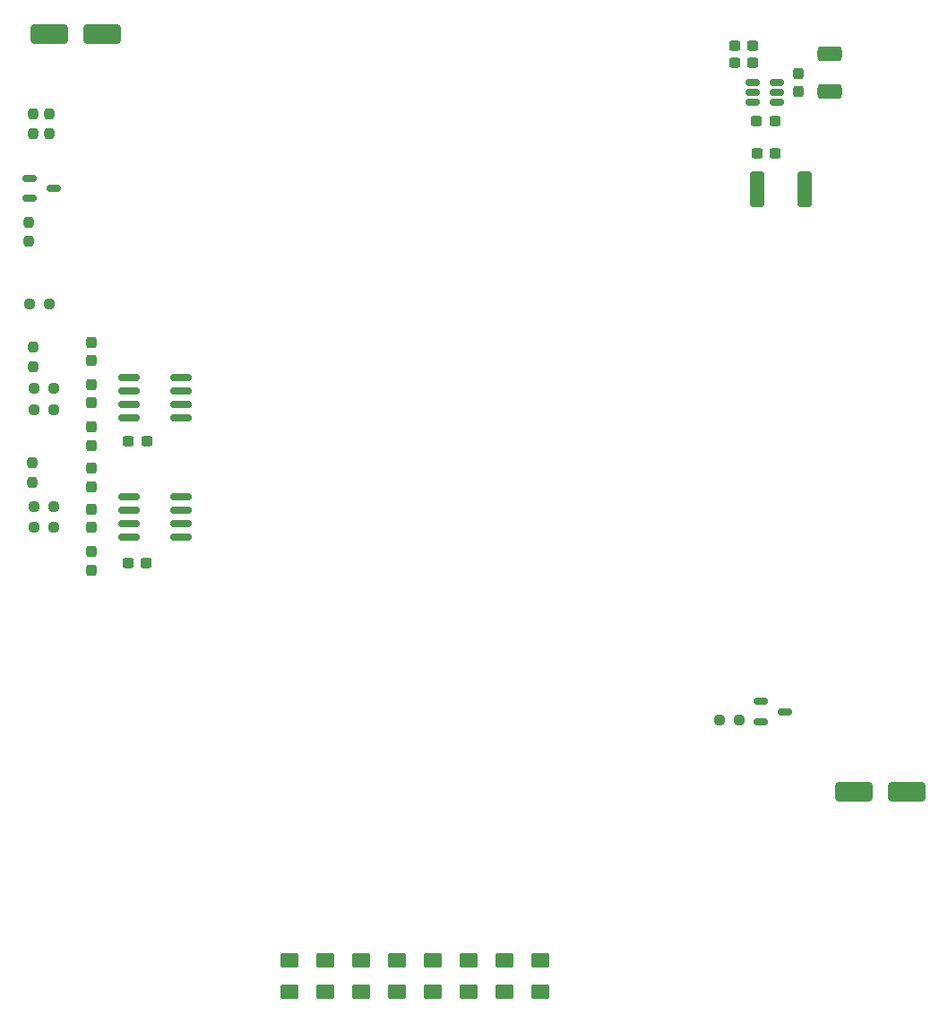
<source format=gbr>
%TF.GenerationSoftware,KiCad,Pcbnew,9.0.6*%
%TF.CreationDate,2025-11-11T13:10:49-05:00*%
%TF.ProjectId,Solder-Oven-PCB-V1,536f6c64-6572-42d4-9f76-656e2d504342,rev?*%
%TF.SameCoordinates,Original*%
%TF.FileFunction,Paste,Top*%
%TF.FilePolarity,Positive*%
%FSLAX46Y46*%
G04 Gerber Fmt 4.6, Leading zero omitted, Abs format (unit mm)*
G04 Created by KiCad (PCBNEW 9.0.6) date 2025-11-11 13:10:49*
%MOMM*%
%LPD*%
G01*
G04 APERTURE LIST*
G04 Aperture macros list*
%AMRoundRect*
0 Rectangle with rounded corners*
0 $1 Rounding radius*
0 $2 $3 $4 $5 $6 $7 $8 $9 X,Y pos of 4 corners*
0 Add a 4 corners polygon primitive as box body*
4,1,4,$2,$3,$4,$5,$6,$7,$8,$9,$2,$3,0*
0 Add four circle primitives for the rounded corners*
1,1,$1+$1,$2,$3*
1,1,$1+$1,$4,$5*
1,1,$1+$1,$6,$7*
1,1,$1+$1,$8,$9*
0 Add four rect primitives between the rounded corners*
20,1,$1+$1,$2,$3,$4,$5,0*
20,1,$1+$1,$4,$5,$6,$7,0*
20,1,$1+$1,$6,$7,$8,$9,0*
20,1,$1+$1,$8,$9,$2,$3,0*%
G04 Aperture macros list end*
%ADD10RoundRect,0.237500X0.250000X0.237500X-0.250000X0.237500X-0.250000X-0.237500X0.250000X-0.237500X0*%
%ADD11RoundRect,0.237500X-0.237500X0.250000X-0.237500X-0.250000X0.237500X-0.250000X0.237500X0.250000X0*%
%ADD12RoundRect,0.237500X0.237500X-0.300000X0.237500X0.300000X-0.237500X0.300000X-0.237500X-0.300000X0*%
%ADD13RoundRect,0.237500X0.237500X-0.250000X0.237500X0.250000X-0.237500X0.250000X-0.237500X-0.250000X0*%
%ADD14RoundRect,0.237500X0.300000X0.237500X-0.300000X0.237500X-0.300000X-0.237500X0.300000X-0.237500X0*%
%ADD15RoundRect,0.250001X0.624999X-0.462499X0.624999X0.462499X-0.624999X0.462499X-0.624999X-0.462499X0*%
%ADD16RoundRect,0.150000X-0.512500X-0.150000X0.512500X-0.150000X0.512500X0.150000X-0.512500X0.150000X0*%
%ADD17RoundRect,0.250000X0.400000X1.450000X-0.400000X1.450000X-0.400000X-1.450000X0.400000X-1.450000X0*%
%ADD18RoundRect,0.150000X-0.825000X-0.150000X0.825000X-0.150000X0.825000X0.150000X-0.825000X0.150000X0*%
%ADD19RoundRect,0.237500X-0.250000X-0.237500X0.250000X-0.237500X0.250000X0.237500X-0.250000X0.237500X0*%
%ADD20RoundRect,0.250000X1.500000X0.650000X-1.500000X0.650000X-1.500000X-0.650000X1.500000X-0.650000X0*%
%ADD21RoundRect,0.237500X-0.237500X0.300000X-0.237500X-0.300000X0.237500X-0.300000X0.237500X0.300000X0*%
%ADD22RoundRect,0.350000X0.800000X-0.350000X0.800000X0.350000X-0.800000X0.350000X-0.800000X-0.350000X0*%
%ADD23RoundRect,0.237500X-0.300000X-0.237500X0.300000X-0.237500X0.300000X0.237500X-0.300000X0.237500X0*%
G04 APERTURE END LIST*
D10*
%TO.C,R34*%
X180712500Y-122800000D03*
X178887500Y-122800000D03*
%TD*%
D11*
%TO.C,R33*%
X113600000Y-75775000D03*
X113600000Y-77600000D03*
%TD*%
D12*
%TO.C,C5*%
X119500000Y-96862500D03*
X119500000Y-95137500D03*
%TD*%
D13*
%TO.C,R18*%
X114000000Y-67412500D03*
X114000000Y-65587500D03*
%TD*%
D14*
%TO.C,C8*%
X124725000Y-96500000D03*
X123000000Y-96500000D03*
%TD*%
D15*
%TO.C,D6*%
X155170000Y-148487500D03*
X155170000Y-145512500D03*
%TD*%
D16*
%TO.C,Q11*%
X182725000Y-121050000D03*
X182725000Y-122950000D03*
X185000000Y-122000000D03*
%TD*%
D15*
%TO.C,D8*%
X161950000Y-148487500D03*
X161950000Y-145512500D03*
%TD*%
%TO.C,D7*%
X158560000Y-148487500D03*
X158560000Y-145512500D03*
%TD*%
D12*
%TO.C,C4*%
X119475000Y-108632500D03*
X119475000Y-106907500D03*
%TD*%
D17*
%TO.C,F1*%
X186883000Y-72644000D03*
X182433000Y-72644000D03*
%TD*%
D12*
%TO.C,C3*%
X119475000Y-100770000D03*
X119475000Y-99045000D03*
%TD*%
D18*
%TO.C,U1*%
X123025000Y-101730000D03*
X123025000Y-103000000D03*
X123025000Y-104270000D03*
X123025000Y-105540000D03*
X127975000Y-105540000D03*
X127975000Y-104270000D03*
X127975000Y-103000000D03*
X127975000Y-101730000D03*
%TD*%
D12*
%TO.C,C1*%
X119475000Y-104632500D03*
X119475000Y-102907500D03*
%TD*%
D13*
%TO.C,R1*%
X113912500Y-100325000D03*
X113912500Y-98500000D03*
%TD*%
D14*
%TO.C,C12*%
X182012500Y-60712500D03*
X180287500Y-60712500D03*
%TD*%
D19*
%TO.C,R6*%
X114087500Y-91500000D03*
X115912500Y-91500000D03*
%TD*%
%TO.C,R3*%
X114087500Y-104635000D03*
X115912500Y-104635000D03*
%TD*%
D12*
%TO.C,C6*%
X119500000Y-92862500D03*
X119500000Y-91137500D03*
%TD*%
D20*
%TO.C,D10*%
X120500000Y-58000000D03*
X115500000Y-58000000D03*
%TD*%
D21*
%TO.C,C11*%
X186300000Y-61725000D03*
X186300000Y-63450000D03*
%TD*%
D19*
%TO.C,R7*%
X113675000Y-83500000D03*
X115500000Y-83500000D03*
%TD*%
D16*
%TO.C,Q9*%
X113662500Y-71650000D03*
X113662500Y-73550000D03*
X115937500Y-72600000D03*
%TD*%
D20*
%TO.C,D9*%
X196556000Y-129540000D03*
X191556000Y-129540000D03*
%TD*%
D15*
%TO.C,D5*%
X151780000Y-148487500D03*
X151780000Y-145512500D03*
%TD*%
D13*
%TO.C,R4*%
X114000000Y-89412500D03*
X114000000Y-87587500D03*
%TD*%
D19*
%TO.C,R2*%
X114087500Y-102635000D03*
X115912500Y-102635000D03*
%TD*%
D14*
%TO.C,C13*%
X182012500Y-59137500D03*
X180287500Y-59137500D03*
%TD*%
D13*
%TO.C,R17*%
X115500000Y-67412500D03*
X115500000Y-65587500D03*
%TD*%
D18*
%TO.C,U2*%
X123050000Y-90460000D03*
X123050000Y-91730000D03*
X123050000Y-93000000D03*
X123050000Y-94270000D03*
X128000000Y-94270000D03*
X128000000Y-93000000D03*
X128000000Y-91730000D03*
X128000000Y-90460000D03*
%TD*%
D14*
%TO.C,C2*%
X124700000Y-108000000D03*
X122975000Y-108000000D03*
%TD*%
D15*
%TO.C,D1*%
X138220000Y-148487500D03*
X138220000Y-145512500D03*
%TD*%
D22*
%TO.C,L1*%
X189300000Y-63412500D03*
X189300000Y-59862500D03*
%TD*%
D15*
%TO.C,D2*%
X141610000Y-148487500D03*
X141610000Y-145512500D03*
%TD*%
D12*
%TO.C,C7*%
X119500000Y-88862500D03*
X119500000Y-87137500D03*
%TD*%
D23*
%TO.C,C10*%
X182362500Y-66212500D03*
X184087500Y-66212500D03*
%TD*%
D16*
%TO.C,U9*%
X182016500Y-62580500D03*
X182016500Y-63530500D03*
X182016500Y-64480500D03*
X184291500Y-64480500D03*
X184291500Y-63530500D03*
X184291500Y-62580500D03*
%TD*%
D23*
%TO.C,C18*%
X182387500Y-69300000D03*
X184112500Y-69300000D03*
%TD*%
D19*
%TO.C,R5*%
X114087500Y-93500000D03*
X115912500Y-93500000D03*
%TD*%
D15*
%TO.C,D3*%
X145000000Y-148487500D03*
X145000000Y-145512500D03*
%TD*%
%TO.C,D4*%
X148390000Y-148487500D03*
X148390000Y-145512500D03*
%TD*%
M02*

</source>
